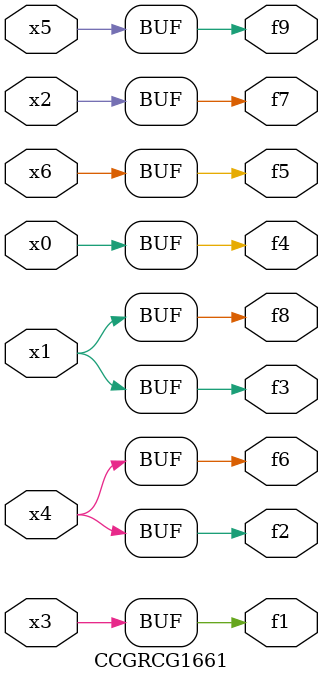
<source format=v>
module CCGRCG1661(
	input x0, x1, x2, x3, x4, x5, x6,
	output f1, f2, f3, f4, f5, f6, f7, f8, f9
);
	assign f1 = x3;
	assign f2 = x4;
	assign f3 = x1;
	assign f4 = x0;
	assign f5 = x6;
	assign f6 = x4;
	assign f7 = x2;
	assign f8 = x1;
	assign f9 = x5;
endmodule

</source>
